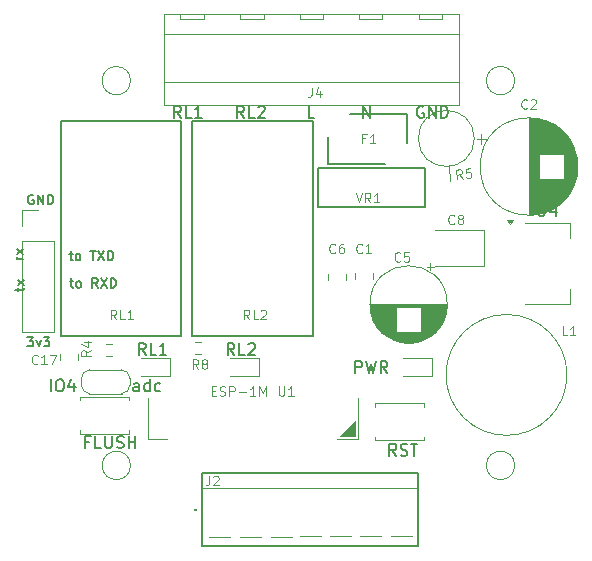
<source format=gto>
G04 #@! TF.GenerationSoftware,KiCad,Pcbnew,8.0.8*
G04 #@! TF.CreationDate,2025-02-21T01:15:49+03:00*
G04 #@! TF.ProjectId,SMHome_2RelayBoardRound_ESP1M_v7,534d486f-6d65-45f3-9252-656c6179426f,12*
G04 #@! TF.SameCoordinates,Original*
G04 #@! TF.FileFunction,Legend,Top*
G04 #@! TF.FilePolarity,Positive*
%FSLAX46Y46*%
G04 Gerber Fmt 4.6, Leading zero omitted, Abs format (unit mm)*
G04 Created by KiCad (PCBNEW 8.0.8) date 2025-02-21 01:15:49*
%MOMM*%
%LPD*%
G01*
G04 APERTURE LIST*
%ADD10C,0.200000*%
%ADD11C,0.150000*%
%ADD12C,0.100000*%
%ADD13C,0.120000*%
%ADD14C,0.127000*%
G04 APERTURE END LIST*
D10*
X155662380Y-120518019D02*
X155329047Y-120041828D01*
X155090952Y-120518019D02*
X155090952Y-119518019D01*
X155090952Y-119518019D02*
X155471904Y-119518019D01*
X155471904Y-119518019D02*
X155567142Y-119565638D01*
X155567142Y-119565638D02*
X155614761Y-119613257D01*
X155614761Y-119613257D02*
X155662380Y-119708495D01*
X155662380Y-119708495D02*
X155662380Y-119851352D01*
X155662380Y-119851352D02*
X155614761Y-119946590D01*
X155614761Y-119946590D02*
X155567142Y-119994209D01*
X155567142Y-119994209D02*
X155471904Y-120041828D01*
X155471904Y-120041828D02*
X155090952Y-120041828D01*
X156043333Y-120470400D02*
X156186190Y-120518019D01*
X156186190Y-120518019D02*
X156424285Y-120518019D01*
X156424285Y-120518019D02*
X156519523Y-120470400D01*
X156519523Y-120470400D02*
X156567142Y-120422780D01*
X156567142Y-120422780D02*
X156614761Y-120327542D01*
X156614761Y-120327542D02*
X156614761Y-120232304D01*
X156614761Y-120232304D02*
X156567142Y-120137066D01*
X156567142Y-120137066D02*
X156519523Y-120089447D01*
X156519523Y-120089447D02*
X156424285Y-120041828D01*
X156424285Y-120041828D02*
X156233809Y-119994209D01*
X156233809Y-119994209D02*
X156138571Y-119946590D01*
X156138571Y-119946590D02*
X156090952Y-119898971D01*
X156090952Y-119898971D02*
X156043333Y-119803733D01*
X156043333Y-119803733D02*
X156043333Y-119708495D01*
X156043333Y-119708495D02*
X156090952Y-119613257D01*
X156090952Y-119613257D02*
X156138571Y-119565638D01*
X156138571Y-119565638D02*
X156233809Y-119518019D01*
X156233809Y-119518019D02*
X156471904Y-119518019D01*
X156471904Y-119518019D02*
X156614761Y-119565638D01*
X156900476Y-119518019D02*
X157471904Y-119518019D01*
X157186190Y-120518019D02*
X157186190Y-119518019D01*
X148747123Y-91917619D02*
X148270933Y-91917619D01*
X148270933Y-91917619D02*
X148270933Y-90917619D01*
X157962695Y-90965238D02*
X157867457Y-90917619D01*
X157867457Y-90917619D02*
X157724600Y-90917619D01*
X157724600Y-90917619D02*
X157581743Y-90965238D01*
X157581743Y-90965238D02*
X157486505Y-91060476D01*
X157486505Y-91060476D02*
X157438886Y-91155714D01*
X157438886Y-91155714D02*
X157391267Y-91346190D01*
X157391267Y-91346190D02*
X157391267Y-91489047D01*
X157391267Y-91489047D02*
X157438886Y-91679523D01*
X157438886Y-91679523D02*
X157486505Y-91774761D01*
X157486505Y-91774761D02*
X157581743Y-91870000D01*
X157581743Y-91870000D02*
X157724600Y-91917619D01*
X157724600Y-91917619D02*
X157819838Y-91917619D01*
X157819838Y-91917619D02*
X157962695Y-91870000D01*
X157962695Y-91870000D02*
X158010314Y-91822380D01*
X158010314Y-91822380D02*
X158010314Y-91489047D01*
X158010314Y-91489047D02*
X157819838Y-91489047D01*
X158438886Y-91917619D02*
X158438886Y-90917619D01*
X158438886Y-90917619D02*
X159010314Y-91917619D01*
X159010314Y-91917619D02*
X159010314Y-90917619D01*
X159486505Y-91917619D02*
X159486505Y-90917619D01*
X159486505Y-90917619D02*
X159724600Y-90917619D01*
X159724600Y-90917619D02*
X159867457Y-90965238D01*
X159867457Y-90965238D02*
X159962695Y-91060476D01*
X159962695Y-91060476D02*
X160010314Y-91155714D01*
X160010314Y-91155714D02*
X160057933Y-91346190D01*
X160057933Y-91346190D02*
X160057933Y-91489047D01*
X160057933Y-91489047D02*
X160010314Y-91679523D01*
X160010314Y-91679523D02*
X159962695Y-91774761D01*
X159962695Y-91774761D02*
X159867457Y-91870000D01*
X159867457Y-91870000D02*
X159724600Y-91917619D01*
X159724600Y-91917619D02*
X159486505Y-91917619D01*
D11*
X128038474Y-105761561D02*
X128343236Y-105761561D01*
X128152760Y-105494895D02*
X128152760Y-106180609D01*
X128152760Y-106180609D02*
X128190855Y-106256800D01*
X128190855Y-106256800D02*
X128267045Y-106294895D01*
X128267045Y-106294895D02*
X128343236Y-106294895D01*
X128724188Y-106294895D02*
X128647998Y-106256800D01*
X128647998Y-106256800D02*
X128609903Y-106218704D01*
X128609903Y-106218704D02*
X128571807Y-106142514D01*
X128571807Y-106142514D02*
X128571807Y-105913942D01*
X128571807Y-105913942D02*
X128609903Y-105837752D01*
X128609903Y-105837752D02*
X128647998Y-105799657D01*
X128647998Y-105799657D02*
X128724188Y-105761561D01*
X128724188Y-105761561D02*
X128838474Y-105761561D01*
X128838474Y-105761561D02*
X128914665Y-105799657D01*
X128914665Y-105799657D02*
X128952760Y-105837752D01*
X128952760Y-105837752D02*
X128990855Y-105913942D01*
X128990855Y-105913942D02*
X128990855Y-106142514D01*
X128990855Y-106142514D02*
X128952760Y-106218704D01*
X128952760Y-106218704D02*
X128914665Y-106256800D01*
X128914665Y-106256800D02*
X128838474Y-106294895D01*
X128838474Y-106294895D02*
X128724188Y-106294895D01*
X130400380Y-106294895D02*
X130133713Y-105913942D01*
X129943237Y-106294895D02*
X129943237Y-105494895D01*
X129943237Y-105494895D02*
X130247999Y-105494895D01*
X130247999Y-105494895D02*
X130324189Y-105532990D01*
X130324189Y-105532990D02*
X130362284Y-105571085D01*
X130362284Y-105571085D02*
X130400380Y-105647276D01*
X130400380Y-105647276D02*
X130400380Y-105761561D01*
X130400380Y-105761561D02*
X130362284Y-105837752D01*
X130362284Y-105837752D02*
X130324189Y-105875847D01*
X130324189Y-105875847D02*
X130247999Y-105913942D01*
X130247999Y-105913942D02*
X129943237Y-105913942D01*
X130667046Y-105494895D02*
X131200380Y-106294895D01*
X131200380Y-105494895D02*
X130667046Y-106294895D01*
X131505142Y-106294895D02*
X131505142Y-105494895D01*
X131505142Y-105494895D02*
X131695618Y-105494895D01*
X131695618Y-105494895D02*
X131809904Y-105532990D01*
X131809904Y-105532990D02*
X131886094Y-105609180D01*
X131886094Y-105609180D02*
X131924189Y-105685371D01*
X131924189Y-105685371D02*
X131962285Y-105837752D01*
X131962285Y-105837752D02*
X131962285Y-105952038D01*
X131962285Y-105952038D02*
X131924189Y-106104419D01*
X131924189Y-106104419D02*
X131886094Y-106180609D01*
X131886094Y-106180609D02*
X131809904Y-106256800D01*
X131809904Y-106256800D02*
X131695618Y-106294895D01*
X131695618Y-106294895D02*
X131505142Y-106294895D01*
X124944076Y-98469790D02*
X124867886Y-98431695D01*
X124867886Y-98431695D02*
X124753600Y-98431695D01*
X124753600Y-98431695D02*
X124639314Y-98469790D01*
X124639314Y-98469790D02*
X124563124Y-98545980D01*
X124563124Y-98545980D02*
X124525029Y-98622171D01*
X124525029Y-98622171D02*
X124486933Y-98774552D01*
X124486933Y-98774552D02*
X124486933Y-98888838D01*
X124486933Y-98888838D02*
X124525029Y-99041219D01*
X124525029Y-99041219D02*
X124563124Y-99117409D01*
X124563124Y-99117409D02*
X124639314Y-99193600D01*
X124639314Y-99193600D02*
X124753600Y-99231695D01*
X124753600Y-99231695D02*
X124829791Y-99231695D01*
X124829791Y-99231695D02*
X124944076Y-99193600D01*
X124944076Y-99193600D02*
X124982172Y-99155504D01*
X124982172Y-99155504D02*
X124982172Y-98888838D01*
X124982172Y-98888838D02*
X124829791Y-98888838D01*
X125325029Y-99231695D02*
X125325029Y-98431695D01*
X125325029Y-98431695D02*
X125782172Y-99231695D01*
X125782172Y-99231695D02*
X125782172Y-98431695D01*
X126163124Y-99231695D02*
X126163124Y-98431695D01*
X126163124Y-98431695D02*
X126353600Y-98431695D01*
X126353600Y-98431695D02*
X126467886Y-98469790D01*
X126467886Y-98469790D02*
X126544076Y-98545980D01*
X126544076Y-98545980D02*
X126582171Y-98622171D01*
X126582171Y-98622171D02*
X126620267Y-98774552D01*
X126620267Y-98774552D02*
X126620267Y-98888838D01*
X126620267Y-98888838D02*
X126582171Y-99041219D01*
X126582171Y-99041219D02*
X126544076Y-99117409D01*
X126544076Y-99117409D02*
X126467886Y-99193600D01*
X126467886Y-99193600D02*
X126353600Y-99231695D01*
X126353600Y-99231695D02*
X126163124Y-99231695D01*
D12*
X140055885Y-115033247D02*
X140322551Y-115033247D01*
X140436837Y-115452295D02*
X140055885Y-115452295D01*
X140055885Y-115452295D02*
X140055885Y-114652295D01*
X140055885Y-114652295D02*
X140436837Y-114652295D01*
X140741599Y-115414200D02*
X140855885Y-115452295D01*
X140855885Y-115452295D02*
X141046361Y-115452295D01*
X141046361Y-115452295D02*
X141122552Y-115414200D01*
X141122552Y-115414200D02*
X141160647Y-115376104D01*
X141160647Y-115376104D02*
X141198742Y-115299914D01*
X141198742Y-115299914D02*
X141198742Y-115223723D01*
X141198742Y-115223723D02*
X141160647Y-115147533D01*
X141160647Y-115147533D02*
X141122552Y-115109438D01*
X141122552Y-115109438D02*
X141046361Y-115071342D01*
X141046361Y-115071342D02*
X140893980Y-115033247D01*
X140893980Y-115033247D02*
X140817790Y-114995152D01*
X140817790Y-114995152D02*
X140779695Y-114957057D01*
X140779695Y-114957057D02*
X140741599Y-114880866D01*
X140741599Y-114880866D02*
X140741599Y-114804676D01*
X140741599Y-114804676D02*
X140779695Y-114728485D01*
X140779695Y-114728485D02*
X140817790Y-114690390D01*
X140817790Y-114690390D02*
X140893980Y-114652295D01*
X140893980Y-114652295D02*
X141084457Y-114652295D01*
X141084457Y-114652295D02*
X141198742Y-114690390D01*
X141541600Y-115452295D02*
X141541600Y-114652295D01*
X141541600Y-114652295D02*
X141846362Y-114652295D01*
X141846362Y-114652295D02*
X141922552Y-114690390D01*
X141922552Y-114690390D02*
X141960647Y-114728485D01*
X141960647Y-114728485D02*
X141998743Y-114804676D01*
X141998743Y-114804676D02*
X141998743Y-114918961D01*
X141998743Y-114918961D02*
X141960647Y-114995152D01*
X141960647Y-114995152D02*
X141922552Y-115033247D01*
X141922552Y-115033247D02*
X141846362Y-115071342D01*
X141846362Y-115071342D02*
X141541600Y-115071342D01*
X142341600Y-115147533D02*
X142951124Y-115147533D01*
X143751123Y-115452295D02*
X143293980Y-115452295D01*
X143522552Y-115452295D02*
X143522552Y-114652295D01*
X143522552Y-114652295D02*
X143446361Y-114766580D01*
X143446361Y-114766580D02*
X143370171Y-114842771D01*
X143370171Y-114842771D02*
X143293980Y-114880866D01*
X144093981Y-115452295D02*
X144093981Y-114652295D01*
X144093981Y-114652295D02*
X144360647Y-115223723D01*
X144360647Y-115223723D02*
X144627314Y-114652295D01*
X144627314Y-114652295D02*
X144627314Y-115452295D01*
D11*
X127987674Y-103424761D02*
X128292436Y-103424761D01*
X128101960Y-103158095D02*
X128101960Y-103843809D01*
X128101960Y-103843809D02*
X128140055Y-103920000D01*
X128140055Y-103920000D02*
X128216245Y-103958095D01*
X128216245Y-103958095D02*
X128292436Y-103958095D01*
X128673388Y-103958095D02*
X128597198Y-103920000D01*
X128597198Y-103920000D02*
X128559103Y-103881904D01*
X128559103Y-103881904D02*
X128521007Y-103805714D01*
X128521007Y-103805714D02*
X128521007Y-103577142D01*
X128521007Y-103577142D02*
X128559103Y-103500952D01*
X128559103Y-103500952D02*
X128597198Y-103462857D01*
X128597198Y-103462857D02*
X128673388Y-103424761D01*
X128673388Y-103424761D02*
X128787674Y-103424761D01*
X128787674Y-103424761D02*
X128863865Y-103462857D01*
X128863865Y-103462857D02*
X128901960Y-103500952D01*
X128901960Y-103500952D02*
X128940055Y-103577142D01*
X128940055Y-103577142D02*
X128940055Y-103805714D01*
X128940055Y-103805714D02*
X128901960Y-103881904D01*
X128901960Y-103881904D02*
X128863865Y-103920000D01*
X128863865Y-103920000D02*
X128787674Y-103958095D01*
X128787674Y-103958095D02*
X128673388Y-103958095D01*
X129778151Y-103158095D02*
X130235294Y-103158095D01*
X130006722Y-103958095D02*
X130006722Y-103158095D01*
X130425770Y-103158095D02*
X130959104Y-103958095D01*
X130959104Y-103158095D02*
X130425770Y-103958095D01*
X131263866Y-103958095D02*
X131263866Y-103158095D01*
X131263866Y-103158095D02*
X131454342Y-103158095D01*
X131454342Y-103158095D02*
X131568628Y-103196190D01*
X131568628Y-103196190D02*
X131644818Y-103272380D01*
X131644818Y-103272380D02*
X131682913Y-103348571D01*
X131682913Y-103348571D02*
X131721009Y-103500952D01*
X131721009Y-103500952D02*
X131721009Y-103615238D01*
X131721009Y-103615238D02*
X131682913Y-103767619D01*
X131682913Y-103767619D02*
X131644818Y-103843809D01*
X131644818Y-103843809D02*
X131568628Y-103920000D01*
X131568628Y-103920000D02*
X131454342Y-103958095D01*
X131454342Y-103958095D02*
X131263866Y-103958095D01*
D10*
X137452171Y-91917619D02*
X137118838Y-91441428D01*
X136880743Y-91917619D02*
X136880743Y-90917619D01*
X136880743Y-90917619D02*
X137261695Y-90917619D01*
X137261695Y-90917619D02*
X137356933Y-90965238D01*
X137356933Y-90965238D02*
X137404552Y-91012857D01*
X137404552Y-91012857D02*
X137452171Y-91108095D01*
X137452171Y-91108095D02*
X137452171Y-91250952D01*
X137452171Y-91250952D02*
X137404552Y-91346190D01*
X137404552Y-91346190D02*
X137356933Y-91393809D01*
X137356933Y-91393809D02*
X137261695Y-91441428D01*
X137261695Y-91441428D02*
X136880743Y-91441428D01*
X138356933Y-91917619D02*
X137880743Y-91917619D01*
X137880743Y-91917619D02*
X137880743Y-90917619D01*
X139214076Y-91917619D02*
X138642648Y-91917619D01*
X138928362Y-91917619D02*
X138928362Y-90917619D01*
X138928362Y-90917619D02*
X138833124Y-91060476D01*
X138833124Y-91060476D02*
X138737886Y-91155714D01*
X138737886Y-91155714D02*
X138642648Y-91203333D01*
D11*
X123662561Y-106585590D02*
X123662561Y-106280828D01*
X123395895Y-106471304D02*
X124081609Y-106471304D01*
X124081609Y-106471304D02*
X124157800Y-106433209D01*
X124157800Y-106433209D02*
X124195895Y-106357019D01*
X124195895Y-106357019D02*
X124195895Y-106280828D01*
X124195895Y-106090352D02*
X123662561Y-105671304D01*
X123662561Y-106090352D02*
X124195895Y-105671304D01*
X124441218Y-110461695D02*
X124936456Y-110461695D01*
X124936456Y-110461695D02*
X124669790Y-110766457D01*
X124669790Y-110766457D02*
X124784075Y-110766457D01*
X124784075Y-110766457D02*
X124860266Y-110804552D01*
X124860266Y-110804552D02*
X124898361Y-110842647D01*
X124898361Y-110842647D02*
X124936456Y-110918838D01*
X124936456Y-110918838D02*
X124936456Y-111109314D01*
X124936456Y-111109314D02*
X124898361Y-111185504D01*
X124898361Y-111185504D02*
X124860266Y-111223600D01*
X124860266Y-111223600D02*
X124784075Y-111261695D01*
X124784075Y-111261695D02*
X124555504Y-111261695D01*
X124555504Y-111261695D02*
X124479313Y-111223600D01*
X124479313Y-111223600D02*
X124441218Y-111185504D01*
X125203123Y-110728361D02*
X125393599Y-111261695D01*
X125393599Y-111261695D02*
X125584076Y-110728361D01*
X125812647Y-110461695D02*
X126307885Y-110461695D01*
X126307885Y-110461695D02*
X126041219Y-110766457D01*
X126041219Y-110766457D02*
X126155504Y-110766457D01*
X126155504Y-110766457D02*
X126231695Y-110804552D01*
X126231695Y-110804552D02*
X126269790Y-110842647D01*
X126269790Y-110842647D02*
X126307885Y-110918838D01*
X126307885Y-110918838D02*
X126307885Y-111109314D01*
X126307885Y-111109314D02*
X126269790Y-111185504D01*
X126269790Y-111185504D02*
X126231695Y-111223600D01*
X126231695Y-111223600D02*
X126155504Y-111261695D01*
X126155504Y-111261695D02*
X125926933Y-111261695D01*
X125926933Y-111261695D02*
X125850742Y-111223600D01*
X125850742Y-111223600D02*
X125812647Y-111185504D01*
D10*
X142786171Y-91917619D02*
X142452838Y-91441428D01*
X142214743Y-91917619D02*
X142214743Y-90917619D01*
X142214743Y-90917619D02*
X142595695Y-90917619D01*
X142595695Y-90917619D02*
X142690933Y-90965238D01*
X142690933Y-90965238D02*
X142738552Y-91012857D01*
X142738552Y-91012857D02*
X142786171Y-91108095D01*
X142786171Y-91108095D02*
X142786171Y-91250952D01*
X142786171Y-91250952D02*
X142738552Y-91346190D01*
X142738552Y-91346190D02*
X142690933Y-91393809D01*
X142690933Y-91393809D02*
X142595695Y-91441428D01*
X142595695Y-91441428D02*
X142214743Y-91441428D01*
X143690933Y-91917619D02*
X143214743Y-91917619D01*
X143214743Y-91917619D02*
X143214743Y-90917619D01*
X143976648Y-91012857D02*
X144024267Y-90965238D01*
X144024267Y-90965238D02*
X144119505Y-90917619D01*
X144119505Y-90917619D02*
X144357600Y-90917619D01*
X144357600Y-90917619D02*
X144452838Y-90965238D01*
X144452838Y-90965238D02*
X144500457Y-91012857D01*
X144500457Y-91012857D02*
X144548076Y-91108095D01*
X144548076Y-91108095D02*
X144548076Y-91203333D01*
X144548076Y-91203333D02*
X144500457Y-91346190D01*
X144500457Y-91346190D02*
X143929029Y-91917619D01*
X143929029Y-91917619D02*
X144548076Y-91917619D01*
X152850886Y-91917619D02*
X152850886Y-90917619D01*
X152850886Y-90917619D02*
X153422314Y-91917619D01*
X153422314Y-91917619D02*
X153422314Y-90917619D01*
D11*
X124105895Y-103890351D02*
X123572561Y-103890351D01*
X123724942Y-103890351D02*
X123648752Y-103852256D01*
X123648752Y-103852256D02*
X123610657Y-103814161D01*
X123610657Y-103814161D02*
X123572561Y-103737970D01*
X123572561Y-103737970D02*
X123572561Y-103661780D01*
X124105895Y-103471304D02*
X123572561Y-103052256D01*
X123572561Y-103471304D02*
X124105895Y-103052256D01*
X167690895Y-99183119D02*
X167690895Y-99992642D01*
X167690895Y-99992642D02*
X167738514Y-100087880D01*
X167738514Y-100087880D02*
X167786133Y-100135500D01*
X167786133Y-100135500D02*
X167881371Y-100183119D01*
X167881371Y-100183119D02*
X168071847Y-100183119D01*
X168071847Y-100183119D02*
X168167085Y-100135500D01*
X168167085Y-100135500D02*
X168214704Y-100087880D01*
X168214704Y-100087880D02*
X168262323Y-99992642D01*
X168262323Y-99992642D02*
X168262323Y-99183119D01*
X169167085Y-99516452D02*
X169167085Y-100183119D01*
X168928990Y-99135500D02*
X168690895Y-99849785D01*
X168690895Y-99849785D02*
X169309942Y-99849785D01*
D12*
X152774667Y-103285704D02*
X152736571Y-103323800D01*
X152736571Y-103323800D02*
X152622286Y-103361895D01*
X152622286Y-103361895D02*
X152546095Y-103361895D01*
X152546095Y-103361895D02*
X152431809Y-103323800D01*
X152431809Y-103323800D02*
X152355619Y-103247609D01*
X152355619Y-103247609D02*
X152317524Y-103171419D01*
X152317524Y-103171419D02*
X152279428Y-103019038D01*
X152279428Y-103019038D02*
X152279428Y-102904752D01*
X152279428Y-102904752D02*
X152317524Y-102752371D01*
X152317524Y-102752371D02*
X152355619Y-102676180D01*
X152355619Y-102676180D02*
X152431809Y-102599990D01*
X152431809Y-102599990D02*
X152546095Y-102561895D01*
X152546095Y-102561895D02*
X152622286Y-102561895D01*
X152622286Y-102561895D02*
X152736571Y-102599990D01*
X152736571Y-102599990D02*
X152774667Y-102638085D01*
X153536571Y-103361895D02*
X153079428Y-103361895D01*
X153308000Y-103361895D02*
X153308000Y-102561895D01*
X153308000Y-102561895D02*
X153231809Y-102676180D01*
X153231809Y-102676180D02*
X153155619Y-102752371D01*
X153155619Y-102752371D02*
X153079428Y-102790466D01*
X139846933Y-122224295D02*
X139846933Y-122795723D01*
X139846933Y-122795723D02*
X139808838Y-122910009D01*
X139808838Y-122910009D02*
X139732647Y-122986200D01*
X139732647Y-122986200D02*
X139618362Y-123024295D01*
X139618362Y-123024295D02*
X139542171Y-123024295D01*
X140189790Y-122300485D02*
X140227886Y-122262390D01*
X140227886Y-122262390D02*
X140304076Y-122224295D01*
X140304076Y-122224295D02*
X140494552Y-122224295D01*
X140494552Y-122224295D02*
X140570743Y-122262390D01*
X140570743Y-122262390D02*
X140608838Y-122300485D01*
X140608838Y-122300485D02*
X140646933Y-122376676D01*
X140646933Y-122376676D02*
X140646933Y-122452866D01*
X140646933Y-122452866D02*
X140608838Y-122567152D01*
X140608838Y-122567152D02*
X140151695Y-123024295D01*
X140151695Y-123024295D02*
X140646933Y-123024295D01*
X166767616Y-91068104D02*
X166729520Y-91106200D01*
X166729520Y-91106200D02*
X166615235Y-91144295D01*
X166615235Y-91144295D02*
X166539044Y-91144295D01*
X166539044Y-91144295D02*
X166424758Y-91106200D01*
X166424758Y-91106200D02*
X166348568Y-91030009D01*
X166348568Y-91030009D02*
X166310473Y-90953819D01*
X166310473Y-90953819D02*
X166272377Y-90801438D01*
X166272377Y-90801438D02*
X166272377Y-90687152D01*
X166272377Y-90687152D02*
X166310473Y-90534771D01*
X166310473Y-90534771D02*
X166348568Y-90458580D01*
X166348568Y-90458580D02*
X166424758Y-90382390D01*
X166424758Y-90382390D02*
X166539044Y-90344295D01*
X166539044Y-90344295D02*
X166615235Y-90344295D01*
X166615235Y-90344295D02*
X166729520Y-90382390D01*
X166729520Y-90382390D02*
X166767616Y-90420485D01*
X167072377Y-90420485D02*
X167110473Y-90382390D01*
X167110473Y-90382390D02*
X167186663Y-90344295D01*
X167186663Y-90344295D02*
X167377139Y-90344295D01*
X167377139Y-90344295D02*
X167453330Y-90382390D01*
X167453330Y-90382390D02*
X167491425Y-90420485D01*
X167491425Y-90420485D02*
X167529520Y-90496676D01*
X167529520Y-90496676D02*
X167529520Y-90572866D01*
X167529520Y-90572866D02*
X167491425Y-90687152D01*
X167491425Y-90687152D02*
X167034282Y-91144295D01*
X167034282Y-91144295D02*
X167529520Y-91144295D01*
X125317314Y-112683704D02*
X125279218Y-112721800D01*
X125279218Y-112721800D02*
X125164933Y-112759895D01*
X125164933Y-112759895D02*
X125088742Y-112759895D01*
X125088742Y-112759895D02*
X124974456Y-112721800D01*
X124974456Y-112721800D02*
X124898266Y-112645609D01*
X124898266Y-112645609D02*
X124860171Y-112569419D01*
X124860171Y-112569419D02*
X124822075Y-112417038D01*
X124822075Y-112417038D02*
X124822075Y-112302752D01*
X124822075Y-112302752D02*
X124860171Y-112150371D01*
X124860171Y-112150371D02*
X124898266Y-112074180D01*
X124898266Y-112074180D02*
X124974456Y-111997990D01*
X124974456Y-111997990D02*
X125088742Y-111959895D01*
X125088742Y-111959895D02*
X125164933Y-111959895D01*
X125164933Y-111959895D02*
X125279218Y-111997990D01*
X125279218Y-111997990D02*
X125317314Y-112036085D01*
X126079218Y-112759895D02*
X125622075Y-112759895D01*
X125850647Y-112759895D02*
X125850647Y-111959895D01*
X125850647Y-111959895D02*
X125774456Y-112074180D01*
X125774456Y-112074180D02*
X125698266Y-112150371D01*
X125698266Y-112150371D02*
X125622075Y-112188466D01*
X126345885Y-111959895D02*
X126879219Y-111959895D01*
X126879219Y-111959895D02*
X126536361Y-112759895D01*
X160587067Y-100834904D02*
X160548971Y-100873000D01*
X160548971Y-100873000D02*
X160434686Y-100911095D01*
X160434686Y-100911095D02*
X160358495Y-100911095D01*
X160358495Y-100911095D02*
X160244209Y-100873000D01*
X160244209Y-100873000D02*
X160168019Y-100796809D01*
X160168019Y-100796809D02*
X160129924Y-100720619D01*
X160129924Y-100720619D02*
X160091828Y-100568238D01*
X160091828Y-100568238D02*
X160091828Y-100453952D01*
X160091828Y-100453952D02*
X160129924Y-100301571D01*
X160129924Y-100301571D02*
X160168019Y-100225380D01*
X160168019Y-100225380D02*
X160244209Y-100149190D01*
X160244209Y-100149190D02*
X160358495Y-100111095D01*
X160358495Y-100111095D02*
X160434686Y-100111095D01*
X160434686Y-100111095D02*
X160548971Y-100149190D01*
X160548971Y-100149190D02*
X160587067Y-100187285D01*
X161044209Y-100453952D02*
X160968019Y-100415857D01*
X160968019Y-100415857D02*
X160929924Y-100377761D01*
X160929924Y-100377761D02*
X160891828Y-100301571D01*
X160891828Y-100301571D02*
X160891828Y-100263476D01*
X160891828Y-100263476D02*
X160929924Y-100187285D01*
X160929924Y-100187285D02*
X160968019Y-100149190D01*
X160968019Y-100149190D02*
X161044209Y-100111095D01*
X161044209Y-100111095D02*
X161196590Y-100111095D01*
X161196590Y-100111095D02*
X161272781Y-100149190D01*
X161272781Y-100149190D02*
X161310876Y-100187285D01*
X161310876Y-100187285D02*
X161348971Y-100263476D01*
X161348971Y-100263476D02*
X161348971Y-100301571D01*
X161348971Y-100301571D02*
X161310876Y-100377761D01*
X161310876Y-100377761D02*
X161272781Y-100415857D01*
X161272781Y-100415857D02*
X161196590Y-100453952D01*
X161196590Y-100453952D02*
X161044209Y-100453952D01*
X161044209Y-100453952D02*
X160968019Y-100492047D01*
X160968019Y-100492047D02*
X160929924Y-100530142D01*
X160929924Y-100530142D02*
X160891828Y-100606333D01*
X160891828Y-100606333D02*
X160891828Y-100758714D01*
X160891828Y-100758714D02*
X160929924Y-100834904D01*
X160929924Y-100834904D02*
X160968019Y-100873000D01*
X160968019Y-100873000D02*
X161044209Y-100911095D01*
X161044209Y-100911095D02*
X161196590Y-100911095D01*
X161196590Y-100911095D02*
X161272781Y-100873000D01*
X161272781Y-100873000D02*
X161310876Y-100834904D01*
X161310876Y-100834904D02*
X161348971Y-100758714D01*
X161348971Y-100758714D02*
X161348971Y-100606333D01*
X161348971Y-100606333D02*
X161310876Y-100530142D01*
X161310876Y-100530142D02*
X161272781Y-100492047D01*
X161272781Y-100492047D02*
X161196590Y-100453952D01*
X150514067Y-103285704D02*
X150475971Y-103323800D01*
X150475971Y-103323800D02*
X150361686Y-103361895D01*
X150361686Y-103361895D02*
X150285495Y-103361895D01*
X150285495Y-103361895D02*
X150171209Y-103323800D01*
X150171209Y-103323800D02*
X150095019Y-103247609D01*
X150095019Y-103247609D02*
X150056924Y-103171419D01*
X150056924Y-103171419D02*
X150018828Y-103019038D01*
X150018828Y-103019038D02*
X150018828Y-102904752D01*
X150018828Y-102904752D02*
X150056924Y-102752371D01*
X150056924Y-102752371D02*
X150095019Y-102676180D01*
X150095019Y-102676180D02*
X150171209Y-102599990D01*
X150171209Y-102599990D02*
X150285495Y-102561895D01*
X150285495Y-102561895D02*
X150361686Y-102561895D01*
X150361686Y-102561895D02*
X150475971Y-102599990D01*
X150475971Y-102599990D02*
X150514067Y-102638085D01*
X151199781Y-102561895D02*
X151047400Y-102561895D01*
X151047400Y-102561895D02*
X150971209Y-102599990D01*
X150971209Y-102599990D02*
X150933114Y-102638085D01*
X150933114Y-102638085D02*
X150856924Y-102752371D01*
X150856924Y-102752371D02*
X150818828Y-102904752D01*
X150818828Y-102904752D02*
X150818828Y-103209514D01*
X150818828Y-103209514D02*
X150856924Y-103285704D01*
X150856924Y-103285704D02*
X150895019Y-103323800D01*
X150895019Y-103323800D02*
X150971209Y-103361895D01*
X150971209Y-103361895D02*
X151123590Y-103361895D01*
X151123590Y-103361895D02*
X151199781Y-103323800D01*
X151199781Y-103323800D02*
X151237876Y-103285704D01*
X151237876Y-103285704D02*
X151275971Y-103209514D01*
X151275971Y-103209514D02*
X151275971Y-103019038D01*
X151275971Y-103019038D02*
X151237876Y-102942847D01*
X151237876Y-102942847D02*
X151199781Y-102904752D01*
X151199781Y-102904752D02*
X151123590Y-102866657D01*
X151123590Y-102866657D02*
X150971209Y-102866657D01*
X150971209Y-102866657D02*
X150895019Y-102904752D01*
X150895019Y-102904752D02*
X150856924Y-102942847D01*
X150856924Y-102942847D02*
X150818828Y-103019038D01*
D10*
X141973371Y-111979019D02*
X141640038Y-111502828D01*
X141401943Y-111979019D02*
X141401943Y-110979019D01*
X141401943Y-110979019D02*
X141782895Y-110979019D01*
X141782895Y-110979019D02*
X141878133Y-111026638D01*
X141878133Y-111026638D02*
X141925752Y-111074257D01*
X141925752Y-111074257D02*
X141973371Y-111169495D01*
X141973371Y-111169495D02*
X141973371Y-111312352D01*
X141973371Y-111312352D02*
X141925752Y-111407590D01*
X141925752Y-111407590D02*
X141878133Y-111455209D01*
X141878133Y-111455209D02*
X141782895Y-111502828D01*
X141782895Y-111502828D02*
X141401943Y-111502828D01*
X142878133Y-111979019D02*
X142401943Y-111979019D01*
X142401943Y-111979019D02*
X142401943Y-110979019D01*
X143163848Y-111074257D02*
X143211467Y-111026638D01*
X143211467Y-111026638D02*
X143306705Y-110979019D01*
X143306705Y-110979019D02*
X143544800Y-110979019D01*
X143544800Y-110979019D02*
X143640038Y-111026638D01*
X143640038Y-111026638D02*
X143687657Y-111074257D01*
X143687657Y-111074257D02*
X143735276Y-111169495D01*
X143735276Y-111169495D02*
X143735276Y-111264733D01*
X143735276Y-111264733D02*
X143687657Y-111407590D01*
X143687657Y-111407590D02*
X143116229Y-111979019D01*
X143116229Y-111979019D02*
X143735276Y-111979019D01*
D12*
X131978457Y-108954295D02*
X131711790Y-108573342D01*
X131521314Y-108954295D02*
X131521314Y-108154295D01*
X131521314Y-108154295D02*
X131826076Y-108154295D01*
X131826076Y-108154295D02*
X131902266Y-108192390D01*
X131902266Y-108192390D02*
X131940361Y-108230485D01*
X131940361Y-108230485D02*
X131978457Y-108306676D01*
X131978457Y-108306676D02*
X131978457Y-108420961D01*
X131978457Y-108420961D02*
X131940361Y-108497152D01*
X131940361Y-108497152D02*
X131902266Y-108535247D01*
X131902266Y-108535247D02*
X131826076Y-108573342D01*
X131826076Y-108573342D02*
X131521314Y-108573342D01*
X132702266Y-108954295D02*
X132321314Y-108954295D01*
X132321314Y-108954295D02*
X132321314Y-108154295D01*
X133387980Y-108954295D02*
X132930837Y-108954295D01*
X133159409Y-108954295D02*
X133159409Y-108154295D01*
X133159409Y-108154295D02*
X133083218Y-108268580D01*
X133083218Y-108268580D02*
X133007028Y-108344771D01*
X133007028Y-108344771D02*
X132930837Y-108382866D01*
X138906267Y-113166295D02*
X138639600Y-112785342D01*
X138449124Y-113166295D02*
X138449124Y-112366295D01*
X138449124Y-112366295D02*
X138753886Y-112366295D01*
X138753886Y-112366295D02*
X138830076Y-112404390D01*
X138830076Y-112404390D02*
X138868171Y-112442485D01*
X138868171Y-112442485D02*
X138906267Y-112518676D01*
X138906267Y-112518676D02*
X138906267Y-112632961D01*
X138906267Y-112632961D02*
X138868171Y-112709152D01*
X138868171Y-112709152D02*
X138830076Y-112747247D01*
X138830076Y-112747247D02*
X138753886Y-112785342D01*
X138753886Y-112785342D02*
X138449124Y-112785342D01*
X139363409Y-112709152D02*
X139287219Y-112671057D01*
X139287219Y-112671057D02*
X139249124Y-112632961D01*
X139249124Y-112632961D02*
X139211028Y-112556771D01*
X139211028Y-112556771D02*
X139211028Y-112518676D01*
X139211028Y-112518676D02*
X139249124Y-112442485D01*
X139249124Y-112442485D02*
X139287219Y-112404390D01*
X139287219Y-112404390D02*
X139363409Y-112366295D01*
X139363409Y-112366295D02*
X139515790Y-112366295D01*
X139515790Y-112366295D02*
X139591981Y-112404390D01*
X139591981Y-112404390D02*
X139630076Y-112442485D01*
X139630076Y-112442485D02*
X139668171Y-112518676D01*
X139668171Y-112518676D02*
X139668171Y-112556771D01*
X139668171Y-112556771D02*
X139630076Y-112632961D01*
X139630076Y-112632961D02*
X139591981Y-112671057D01*
X139591981Y-112671057D02*
X139515790Y-112709152D01*
X139515790Y-112709152D02*
X139363409Y-112709152D01*
X139363409Y-112709152D02*
X139287219Y-112747247D01*
X139287219Y-112747247D02*
X139249124Y-112785342D01*
X139249124Y-112785342D02*
X139211028Y-112861533D01*
X139211028Y-112861533D02*
X139211028Y-113013914D01*
X139211028Y-113013914D02*
X139249124Y-113090104D01*
X139249124Y-113090104D02*
X139287219Y-113128200D01*
X139287219Y-113128200D02*
X139363409Y-113166295D01*
X139363409Y-113166295D02*
X139515790Y-113166295D01*
X139515790Y-113166295D02*
X139591981Y-113128200D01*
X139591981Y-113128200D02*
X139630076Y-113090104D01*
X139630076Y-113090104D02*
X139668171Y-113013914D01*
X139668171Y-113013914D02*
X139668171Y-112861533D01*
X139668171Y-112861533D02*
X139630076Y-112785342D01*
X139630076Y-112785342D02*
X139591981Y-112747247D01*
X139591981Y-112747247D02*
X139515790Y-112709152D01*
X145745276Y-114652295D02*
X145745276Y-115299914D01*
X145745276Y-115299914D02*
X145783371Y-115376104D01*
X145783371Y-115376104D02*
X145821466Y-115414200D01*
X145821466Y-115414200D02*
X145897657Y-115452295D01*
X145897657Y-115452295D02*
X146050038Y-115452295D01*
X146050038Y-115452295D02*
X146126228Y-115414200D01*
X146126228Y-115414200D02*
X146164323Y-115376104D01*
X146164323Y-115376104D02*
X146202419Y-115299914D01*
X146202419Y-115299914D02*
X146202419Y-114652295D01*
X147002418Y-115452295D02*
X146545275Y-115452295D01*
X146773847Y-115452295D02*
X146773847Y-114652295D01*
X146773847Y-114652295D02*
X146697656Y-114766580D01*
X146697656Y-114766580D02*
X146621466Y-114842771D01*
X146621466Y-114842771D02*
X146545275Y-114880866D01*
X152235981Y-98274295D02*
X152502648Y-99074295D01*
X152502648Y-99074295D02*
X152769314Y-98274295D01*
X153493124Y-99074295D02*
X153226457Y-98693342D01*
X153035981Y-99074295D02*
X153035981Y-98274295D01*
X153035981Y-98274295D02*
X153340743Y-98274295D01*
X153340743Y-98274295D02*
X153416933Y-98312390D01*
X153416933Y-98312390D02*
X153455028Y-98350485D01*
X153455028Y-98350485D02*
X153493124Y-98426676D01*
X153493124Y-98426676D02*
X153493124Y-98540961D01*
X153493124Y-98540961D02*
X153455028Y-98617152D01*
X153455028Y-98617152D02*
X153416933Y-98655247D01*
X153416933Y-98655247D02*
X153340743Y-98693342D01*
X153340743Y-98693342D02*
X153035981Y-98693342D01*
X154255028Y-99074295D02*
X153797885Y-99074295D01*
X154026457Y-99074295D02*
X154026457Y-98274295D01*
X154026457Y-98274295D02*
X153950266Y-98388580D01*
X153950266Y-98388580D02*
X153874076Y-98464771D01*
X153874076Y-98464771D02*
X153797885Y-98502866D01*
X153056933Y-93645247D02*
X152790267Y-93645247D01*
X152790267Y-94064295D02*
X152790267Y-93264295D01*
X152790267Y-93264295D02*
X153171219Y-93264295D01*
X153895028Y-94064295D02*
X153437885Y-94064295D01*
X153666457Y-94064295D02*
X153666457Y-93264295D01*
X153666457Y-93264295D02*
X153590266Y-93378580D01*
X153590266Y-93378580D02*
X153514076Y-93454771D01*
X153514076Y-93454771D02*
X153437885Y-93492866D01*
X129803295Y-111588532D02*
X129422342Y-111855199D01*
X129803295Y-112045675D02*
X129003295Y-112045675D01*
X129003295Y-112045675D02*
X129003295Y-111740913D01*
X129003295Y-111740913D02*
X129041390Y-111664723D01*
X129041390Y-111664723D02*
X129079485Y-111626628D01*
X129079485Y-111626628D02*
X129155676Y-111588532D01*
X129155676Y-111588532D02*
X129269961Y-111588532D01*
X129269961Y-111588532D02*
X129346152Y-111626628D01*
X129346152Y-111626628D02*
X129384247Y-111664723D01*
X129384247Y-111664723D02*
X129422342Y-111740913D01*
X129422342Y-111740913D02*
X129422342Y-112045675D01*
X129269961Y-110902818D02*
X129803295Y-110902818D01*
X128965200Y-111093294D02*
X129536628Y-111283771D01*
X129536628Y-111283771D02*
X129536628Y-110788532D01*
D10*
X133902533Y-115057019D02*
X133902533Y-114533209D01*
X133902533Y-114533209D02*
X133854914Y-114437971D01*
X133854914Y-114437971D02*
X133759676Y-114390352D01*
X133759676Y-114390352D02*
X133569200Y-114390352D01*
X133569200Y-114390352D02*
X133473962Y-114437971D01*
X133902533Y-115009400D02*
X133807295Y-115057019D01*
X133807295Y-115057019D02*
X133569200Y-115057019D01*
X133569200Y-115057019D02*
X133473962Y-115009400D01*
X133473962Y-115009400D02*
X133426343Y-114914161D01*
X133426343Y-114914161D02*
X133426343Y-114818923D01*
X133426343Y-114818923D02*
X133473962Y-114723685D01*
X133473962Y-114723685D02*
X133569200Y-114676066D01*
X133569200Y-114676066D02*
X133807295Y-114676066D01*
X133807295Y-114676066D02*
X133902533Y-114628447D01*
X134807295Y-115057019D02*
X134807295Y-114057019D01*
X134807295Y-115009400D02*
X134712057Y-115057019D01*
X134712057Y-115057019D02*
X134521581Y-115057019D01*
X134521581Y-115057019D02*
X134426343Y-115009400D01*
X134426343Y-115009400D02*
X134378724Y-114961780D01*
X134378724Y-114961780D02*
X134331105Y-114866542D01*
X134331105Y-114866542D02*
X134331105Y-114580828D01*
X134331105Y-114580828D02*
X134378724Y-114485590D01*
X134378724Y-114485590D02*
X134426343Y-114437971D01*
X134426343Y-114437971D02*
X134521581Y-114390352D01*
X134521581Y-114390352D02*
X134712057Y-114390352D01*
X134712057Y-114390352D02*
X134807295Y-114437971D01*
X135712057Y-115009400D02*
X135616819Y-115057019D01*
X135616819Y-115057019D02*
X135426343Y-115057019D01*
X135426343Y-115057019D02*
X135331105Y-115009400D01*
X135331105Y-115009400D02*
X135283486Y-114961780D01*
X135283486Y-114961780D02*
X135235867Y-114866542D01*
X135235867Y-114866542D02*
X135235867Y-114580828D01*
X135235867Y-114580828D02*
X135283486Y-114485590D01*
X135283486Y-114485590D02*
X135331105Y-114437971D01*
X135331105Y-114437971D02*
X135426343Y-114390352D01*
X135426343Y-114390352D02*
X135616819Y-114390352D01*
X135616819Y-114390352D02*
X135712057Y-114437971D01*
X126431800Y-115057019D02*
X126431800Y-114057019D01*
X127098466Y-114057019D02*
X127288942Y-114057019D01*
X127288942Y-114057019D02*
X127384180Y-114104638D01*
X127384180Y-114104638D02*
X127479418Y-114199876D01*
X127479418Y-114199876D02*
X127527037Y-114390352D01*
X127527037Y-114390352D02*
X127527037Y-114723685D01*
X127527037Y-114723685D02*
X127479418Y-114914161D01*
X127479418Y-114914161D02*
X127384180Y-115009400D01*
X127384180Y-115009400D02*
X127288942Y-115057019D01*
X127288942Y-115057019D02*
X127098466Y-115057019D01*
X127098466Y-115057019D02*
X127003228Y-115009400D01*
X127003228Y-115009400D02*
X126907990Y-114914161D01*
X126907990Y-114914161D02*
X126860371Y-114723685D01*
X126860371Y-114723685D02*
X126860371Y-114390352D01*
X126860371Y-114390352D02*
X126907990Y-114199876D01*
X126907990Y-114199876D02*
X127003228Y-114104638D01*
X127003228Y-114104638D02*
X127098466Y-114057019D01*
X128384180Y-114390352D02*
X128384180Y-115057019D01*
X128146085Y-114009400D02*
X127907990Y-114723685D01*
X127907990Y-114723685D02*
X128527037Y-114723685D01*
X152209667Y-113507619D02*
X152209667Y-112507619D01*
X152209667Y-112507619D02*
X152590619Y-112507619D01*
X152590619Y-112507619D02*
X152685857Y-112555238D01*
X152685857Y-112555238D02*
X152733476Y-112602857D01*
X152733476Y-112602857D02*
X152781095Y-112698095D01*
X152781095Y-112698095D02*
X152781095Y-112840952D01*
X152781095Y-112840952D02*
X152733476Y-112936190D01*
X152733476Y-112936190D02*
X152685857Y-112983809D01*
X152685857Y-112983809D02*
X152590619Y-113031428D01*
X152590619Y-113031428D02*
X152209667Y-113031428D01*
X153114429Y-112507619D02*
X153352524Y-113507619D01*
X153352524Y-113507619D02*
X153543000Y-112793333D01*
X153543000Y-112793333D02*
X153733476Y-113507619D01*
X153733476Y-113507619D02*
X153971572Y-112507619D01*
X154923952Y-113507619D02*
X154590619Y-113031428D01*
X154352524Y-113507619D02*
X154352524Y-112507619D01*
X154352524Y-112507619D02*
X154733476Y-112507619D01*
X154733476Y-112507619D02*
X154828714Y-112555238D01*
X154828714Y-112555238D02*
X154876333Y-112602857D01*
X154876333Y-112602857D02*
X154923952Y-112698095D01*
X154923952Y-112698095D02*
X154923952Y-112840952D01*
X154923952Y-112840952D02*
X154876333Y-112936190D01*
X154876333Y-112936190D02*
X154828714Y-112983809D01*
X154828714Y-112983809D02*
X154733476Y-113031428D01*
X154733476Y-113031428D02*
X154352524Y-113031428D01*
D12*
X148526533Y-89353895D02*
X148526533Y-89925323D01*
X148526533Y-89925323D02*
X148488438Y-90039609D01*
X148488438Y-90039609D02*
X148412247Y-90115800D01*
X148412247Y-90115800D02*
X148297962Y-90153895D01*
X148297962Y-90153895D02*
X148221771Y-90153895D01*
X149250343Y-89620561D02*
X149250343Y-90153895D01*
X149059867Y-89315800D02*
X148869390Y-89887228D01*
X148869390Y-89887228D02*
X149364629Y-89887228D01*
D10*
X129684685Y-119333809D02*
X129351352Y-119333809D01*
X129351352Y-119857619D02*
X129351352Y-118857619D01*
X129351352Y-118857619D02*
X129827542Y-118857619D01*
X130684685Y-119857619D02*
X130208495Y-119857619D01*
X130208495Y-119857619D02*
X130208495Y-118857619D01*
X131018019Y-118857619D02*
X131018019Y-119667142D01*
X131018019Y-119667142D02*
X131065638Y-119762380D01*
X131065638Y-119762380D02*
X131113257Y-119810000D01*
X131113257Y-119810000D02*
X131208495Y-119857619D01*
X131208495Y-119857619D02*
X131398971Y-119857619D01*
X131398971Y-119857619D02*
X131494209Y-119810000D01*
X131494209Y-119810000D02*
X131541828Y-119762380D01*
X131541828Y-119762380D02*
X131589447Y-119667142D01*
X131589447Y-119667142D02*
X131589447Y-118857619D01*
X132018019Y-119810000D02*
X132160876Y-119857619D01*
X132160876Y-119857619D02*
X132398971Y-119857619D01*
X132398971Y-119857619D02*
X132494209Y-119810000D01*
X132494209Y-119810000D02*
X132541828Y-119762380D01*
X132541828Y-119762380D02*
X132589447Y-119667142D01*
X132589447Y-119667142D02*
X132589447Y-119571904D01*
X132589447Y-119571904D02*
X132541828Y-119476666D01*
X132541828Y-119476666D02*
X132494209Y-119429047D01*
X132494209Y-119429047D02*
X132398971Y-119381428D01*
X132398971Y-119381428D02*
X132208495Y-119333809D01*
X132208495Y-119333809D02*
X132113257Y-119286190D01*
X132113257Y-119286190D02*
X132065638Y-119238571D01*
X132065638Y-119238571D02*
X132018019Y-119143333D01*
X132018019Y-119143333D02*
X132018019Y-119048095D01*
X132018019Y-119048095D02*
X132065638Y-118952857D01*
X132065638Y-118952857D02*
X132113257Y-118905238D01*
X132113257Y-118905238D02*
X132208495Y-118857619D01*
X132208495Y-118857619D02*
X132446590Y-118857619D01*
X132446590Y-118857619D02*
X132589447Y-118905238D01*
X133018019Y-119857619D02*
X133018019Y-118857619D01*
X133018019Y-119333809D02*
X133589447Y-119333809D01*
X133589447Y-119857619D02*
X133589447Y-118857619D01*
D12*
X170148266Y-110321495D02*
X169767314Y-110321495D01*
X169767314Y-110321495D02*
X169767314Y-109521495D01*
X170833980Y-110321495D02*
X170376837Y-110321495D01*
X170605409Y-110321495D02*
X170605409Y-109521495D01*
X170605409Y-109521495D02*
X170529218Y-109635780D01*
X170529218Y-109635780D02*
X170453028Y-109711971D01*
X170453028Y-109711971D02*
X170376837Y-109750066D01*
X161290577Y-97047527D02*
X160991723Y-96691266D01*
X160835173Y-97087370D02*
X160765449Y-96290414D01*
X160765449Y-96290414D02*
X161069051Y-96263852D01*
X161069051Y-96263852D02*
X161148272Y-96295162D01*
X161148272Y-96295162D02*
X161189542Y-96329792D01*
X161189542Y-96329792D02*
X161234133Y-96402372D01*
X161234133Y-96402372D02*
X161244094Y-96516223D01*
X161244094Y-96516223D02*
X161212784Y-96595444D01*
X161212784Y-96595444D02*
X161178154Y-96636714D01*
X161178154Y-96636714D02*
X161105573Y-96681305D01*
X161105573Y-96681305D02*
X160801971Y-96707867D01*
X161941907Y-96187487D02*
X161562405Y-96220689D01*
X161562405Y-96220689D02*
X161557656Y-96603512D01*
X161557656Y-96603512D02*
X161592286Y-96562242D01*
X161592286Y-96562242D02*
X161664867Y-96517651D01*
X161664867Y-96517651D02*
X161854618Y-96501050D01*
X161854618Y-96501050D02*
X161933839Y-96532360D01*
X161933839Y-96532360D02*
X161975109Y-96566990D01*
X161975109Y-96566990D02*
X162019700Y-96639570D01*
X162019700Y-96639570D02*
X162036301Y-96829321D01*
X162036301Y-96829321D02*
X162004991Y-96908542D01*
X162004991Y-96908542D02*
X161970361Y-96949813D01*
X161970361Y-96949813D02*
X161897781Y-96994403D01*
X161897781Y-96994403D02*
X161708030Y-97011005D01*
X161708030Y-97011005D02*
X161628809Y-96979695D01*
X161628809Y-96979695D02*
X161587538Y-96945065D01*
X156025867Y-103996904D02*
X155987771Y-104035000D01*
X155987771Y-104035000D02*
X155873486Y-104073095D01*
X155873486Y-104073095D02*
X155797295Y-104073095D01*
X155797295Y-104073095D02*
X155683009Y-104035000D01*
X155683009Y-104035000D02*
X155606819Y-103958809D01*
X155606819Y-103958809D02*
X155568724Y-103882619D01*
X155568724Y-103882619D02*
X155530628Y-103730238D01*
X155530628Y-103730238D02*
X155530628Y-103615952D01*
X155530628Y-103615952D02*
X155568724Y-103463571D01*
X155568724Y-103463571D02*
X155606819Y-103387380D01*
X155606819Y-103387380D02*
X155683009Y-103311190D01*
X155683009Y-103311190D02*
X155797295Y-103273095D01*
X155797295Y-103273095D02*
X155873486Y-103273095D01*
X155873486Y-103273095D02*
X155987771Y-103311190D01*
X155987771Y-103311190D02*
X156025867Y-103349285D01*
X156749676Y-103273095D02*
X156368724Y-103273095D01*
X156368724Y-103273095D02*
X156330628Y-103654047D01*
X156330628Y-103654047D02*
X156368724Y-103615952D01*
X156368724Y-103615952D02*
X156444914Y-103577857D01*
X156444914Y-103577857D02*
X156635390Y-103577857D01*
X156635390Y-103577857D02*
X156711581Y-103615952D01*
X156711581Y-103615952D02*
X156749676Y-103654047D01*
X156749676Y-103654047D02*
X156787771Y-103730238D01*
X156787771Y-103730238D02*
X156787771Y-103920714D01*
X156787771Y-103920714D02*
X156749676Y-103996904D01*
X156749676Y-103996904D02*
X156711581Y-104035000D01*
X156711581Y-104035000D02*
X156635390Y-104073095D01*
X156635390Y-104073095D02*
X156444914Y-104073095D01*
X156444914Y-104073095D02*
X156368724Y-104035000D01*
X156368724Y-104035000D02*
X156330628Y-103996904D01*
X143246457Y-108954295D02*
X142979790Y-108573342D01*
X142789314Y-108954295D02*
X142789314Y-108154295D01*
X142789314Y-108154295D02*
X143094076Y-108154295D01*
X143094076Y-108154295D02*
X143170266Y-108192390D01*
X143170266Y-108192390D02*
X143208361Y-108230485D01*
X143208361Y-108230485D02*
X143246457Y-108306676D01*
X143246457Y-108306676D02*
X143246457Y-108420961D01*
X143246457Y-108420961D02*
X143208361Y-108497152D01*
X143208361Y-108497152D02*
X143170266Y-108535247D01*
X143170266Y-108535247D02*
X143094076Y-108573342D01*
X143094076Y-108573342D02*
X142789314Y-108573342D01*
X143970266Y-108954295D02*
X143589314Y-108954295D01*
X143589314Y-108954295D02*
X143589314Y-108154295D01*
X144198837Y-108230485D02*
X144236933Y-108192390D01*
X144236933Y-108192390D02*
X144313123Y-108154295D01*
X144313123Y-108154295D02*
X144503599Y-108154295D01*
X144503599Y-108154295D02*
X144579790Y-108192390D01*
X144579790Y-108192390D02*
X144617885Y-108230485D01*
X144617885Y-108230485D02*
X144655980Y-108306676D01*
X144655980Y-108306676D02*
X144655980Y-108382866D01*
X144655980Y-108382866D02*
X144617885Y-108497152D01*
X144617885Y-108497152D02*
X144160742Y-108954295D01*
X144160742Y-108954295D02*
X144655980Y-108954295D01*
D10*
X134454971Y-111979019D02*
X134121638Y-111502828D01*
X133883543Y-111979019D02*
X133883543Y-110979019D01*
X133883543Y-110979019D02*
X134264495Y-110979019D01*
X134264495Y-110979019D02*
X134359733Y-111026638D01*
X134359733Y-111026638D02*
X134407352Y-111074257D01*
X134407352Y-111074257D02*
X134454971Y-111169495D01*
X134454971Y-111169495D02*
X134454971Y-111312352D01*
X134454971Y-111312352D02*
X134407352Y-111407590D01*
X134407352Y-111407590D02*
X134359733Y-111455209D01*
X134359733Y-111455209D02*
X134264495Y-111502828D01*
X134264495Y-111502828D02*
X133883543Y-111502828D01*
X135359733Y-111979019D02*
X134883543Y-111979019D01*
X134883543Y-111979019D02*
X134883543Y-110979019D01*
X136216876Y-111979019D02*
X135645448Y-111979019D01*
X135931162Y-111979019D02*
X135931162Y-110979019D01*
X135931162Y-110979019D02*
X135835924Y-111121876D01*
X135835924Y-111121876D02*
X135740686Y-111217114D01*
X135740686Y-111217114D02*
X135645448Y-111264733D01*
D13*
X166602800Y-100818300D02*
X170362800Y-100818300D01*
X166602800Y-107638300D02*
X170362800Y-107638300D01*
X170362800Y-100818300D02*
X170362800Y-102078300D01*
X170362800Y-107638300D02*
X170362800Y-106378300D01*
X165322800Y-100918300D02*
X165082800Y-100588300D01*
X165562800Y-100588300D01*
X165322800Y-100918300D01*
G36*
X165322800Y-100918300D02*
G01*
X165082800Y-100588300D01*
X165562800Y-100588300D01*
X165322800Y-100918300D01*
G37*
X152223800Y-105595052D02*
X152223800Y-105072548D01*
X153693800Y-105595052D02*
X153693800Y-105072548D01*
D10*
X138643600Y-125099400D02*
X138643600Y-125099400D01*
X138643600Y-125099400D02*
X138743600Y-125099400D01*
X138743600Y-125099400D02*
X138743600Y-125099400D01*
X139243600Y-121999400D02*
X157483600Y-121999400D01*
X139243600Y-128199400D02*
X139243600Y-121999400D01*
D13*
X139270400Y-123270600D02*
X157507600Y-123270600D01*
X139829200Y-127385400D02*
X141607200Y-127385400D01*
X142470800Y-127385400D02*
X144248800Y-127385400D01*
X145061600Y-127385400D02*
X146839600Y-127385400D01*
X147500000Y-127334600D02*
X149278000Y-127334600D01*
X150090800Y-127334600D02*
X151868800Y-127334600D01*
X152630800Y-127334600D02*
X154408800Y-127334600D01*
X155221600Y-127334600D02*
X156999600Y-127334600D01*
D10*
X157483600Y-121999400D02*
X157483600Y-128199400D01*
X157483600Y-128199400D02*
X139243600Y-128199400D01*
X138643600Y-125099400D02*
G75*
G02*
X138743600Y-125099400I50000J0D01*
G01*
X138743600Y-125099400D02*
G75*
G02*
X138643600Y-125099400I-50000J0D01*
G01*
D13*
X162491251Y-93714400D02*
X163291251Y-93714400D01*
X162891251Y-93314400D02*
X162891251Y-94114400D01*
X166900949Y-91949400D02*
X166900949Y-100109400D01*
X166940949Y-91949400D02*
X166940949Y-100109400D01*
X166980949Y-91949400D02*
X166980949Y-100109400D01*
X167020949Y-91950400D02*
X167020949Y-100108400D01*
X167060949Y-91952400D02*
X167060949Y-100106400D01*
X167100949Y-91953400D02*
X167100949Y-100105400D01*
X167140949Y-91955400D02*
X167140949Y-100103400D01*
X167180949Y-91958400D02*
X167180949Y-100100400D01*
X167220949Y-91961400D02*
X167220949Y-100097400D01*
X167260949Y-91964400D02*
X167260949Y-100094400D01*
X167300949Y-91968400D02*
X167300949Y-100090400D01*
X167340949Y-91972400D02*
X167340949Y-100086400D01*
X167380949Y-91977400D02*
X167380949Y-100081400D01*
X167420949Y-91981400D02*
X167420949Y-100077400D01*
X167460949Y-91987400D02*
X167460949Y-100071400D01*
X167500949Y-91992400D02*
X167500949Y-100066400D01*
X167540949Y-91999400D02*
X167540949Y-100059400D01*
X167580949Y-92005400D02*
X167580949Y-100053400D01*
X167621949Y-92012400D02*
X167621949Y-100046400D01*
X167661949Y-92019400D02*
X167661949Y-100039400D01*
X167701949Y-92027400D02*
X167701949Y-100031400D01*
X167741949Y-92035400D02*
X167741949Y-100023400D01*
X167781949Y-92044400D02*
X167781949Y-94989400D01*
X167781949Y-97069400D02*
X167781949Y-100014400D01*
X167821949Y-92053400D02*
X167821949Y-94989400D01*
X167821949Y-97069400D02*
X167821949Y-100005400D01*
X167861949Y-92062400D02*
X167861949Y-94989400D01*
X167861949Y-97069400D02*
X167861949Y-99996400D01*
X167901949Y-92072400D02*
X167901949Y-94989400D01*
X167901949Y-97069400D02*
X167901949Y-99986400D01*
X167941949Y-92082400D02*
X167941949Y-94989400D01*
X167941949Y-97069400D02*
X167941949Y-99976400D01*
X167981949Y-92093400D02*
X167981949Y-94989400D01*
X167981949Y-97069400D02*
X167981949Y-99965400D01*
X168021949Y-92104400D02*
X168021949Y-94989400D01*
X168021949Y-97069400D02*
X168021949Y-99954400D01*
X168061949Y-92115400D02*
X168061949Y-94989400D01*
X168061949Y-97069400D02*
X168061949Y-99943400D01*
X168101949Y-92127400D02*
X168101949Y-94989400D01*
X168101949Y-97069400D02*
X168101949Y-99931400D01*
X168141949Y-92140400D02*
X168141949Y-94989400D01*
X168141949Y-97069400D02*
X168141949Y-99918400D01*
X168181949Y-92152400D02*
X168181949Y-94989400D01*
X168181949Y-97069400D02*
X168181949Y-99906400D01*
X168221949Y-92166400D02*
X168221949Y-94989400D01*
X168221949Y-97069400D02*
X168221949Y-99892400D01*
X168261949Y-92179400D02*
X168261949Y-94989400D01*
X168261949Y-97069400D02*
X168261949Y-99879400D01*
X168301949Y-92194400D02*
X168301949Y-94989400D01*
X168301949Y-97069400D02*
X168301949Y-99864400D01*
X168341949Y-92208400D02*
X168341949Y-94989400D01*
X168341949Y-97069400D02*
X168341949Y-99850400D01*
X168381949Y-92224400D02*
X168381949Y-94989400D01*
X168381949Y-97069400D02*
X168381949Y-99834400D01*
X168421949Y-92239400D02*
X168421949Y-94989400D01*
X168421949Y-97069400D02*
X168421949Y-99819400D01*
X168461949Y-92255400D02*
X168461949Y-94989400D01*
X168461949Y-97069400D02*
X168461949Y-99803400D01*
X168501949Y-92272400D02*
X168501949Y-94989400D01*
X168501949Y-97069400D02*
X168501949Y-99786400D01*
X168541949Y-92289400D02*
X168541949Y-94989400D01*
X168541949Y-97069400D02*
X168541949Y-99769400D01*
X168581949Y-92307400D02*
X168581949Y-94989400D01*
X168581949Y-97069400D02*
X168581949Y-99751400D01*
X168621949Y-92325400D02*
X168621949Y-94989400D01*
X168621949Y-97069400D02*
X168621949Y-99733400D01*
X168661949Y-92343400D02*
X168661949Y-94989400D01*
X168661949Y-97069400D02*
X168661949Y-99715400D01*
X168701949Y-92363400D02*
X168701949Y-94989400D01*
X168701949Y-97069400D02*
X168701949Y-99695400D01*
X168741949Y-92382400D02*
X168741949Y-94989400D01*
X168741949Y-97069400D02*
X168741949Y-99676400D01*
X168781949Y-92402400D02*
X168781949Y-94989400D01*
X168781949Y-97069400D02*
X168781949Y-99656400D01*
X168821949Y-92423400D02*
X168821949Y-94989400D01*
X168821949Y-97069400D02*
X168821949Y-99635400D01*
X168861949Y-92445400D02*
X168861949Y-94989400D01*
X168861949Y-97069400D02*
X168861949Y-99613400D01*
X168901949Y-92467400D02*
X168901949Y-94989400D01*
X168901949Y-97069400D02*
X168901949Y-99591400D01*
X168941949Y-92489400D02*
X168941949Y-94989400D01*
X168941949Y-97069400D02*
X168941949Y-99569400D01*
X168981949Y-92512400D02*
X168981949Y-94989400D01*
X168981949Y-97069400D02*
X168981949Y-99546400D01*
X169021949Y-92536400D02*
X169021949Y-94989400D01*
X169021949Y-97069400D02*
X169021949Y-99522400D01*
X169061949Y-92560400D02*
X169061949Y-94989400D01*
X169061949Y-97069400D02*
X169061949Y-99498400D01*
X169101949Y-92585400D02*
X169101949Y-94989400D01*
X169101949Y-97069400D02*
X169101949Y-99473400D01*
X169141949Y-92611400D02*
X169141949Y-94989400D01*
X169141949Y-97069400D02*
X169141949Y-99447400D01*
X169181949Y-92637400D02*
X169181949Y-94989400D01*
X169181949Y-97069400D02*
X169181949Y-99421400D01*
X169221949Y-92664400D02*
X169221949Y-94989400D01*
X169221949Y-97069400D02*
X169221949Y-99394400D01*
X169261949Y-92691400D02*
X169261949Y-94989400D01*
X169261949Y-97069400D02*
X169261949Y-99367400D01*
X169301949Y-92720400D02*
X169301949Y-94989400D01*
X169301949Y-97069400D02*
X169301949Y-99338400D01*
X169341949Y-92749400D02*
X169341949Y-94989400D01*
X169341949Y-97069400D02*
X169341949Y-99309400D01*
X169381949Y-92779400D02*
X169381949Y-94989400D01*
X169381949Y-97069400D02*
X169381949Y-99279400D01*
X169421949Y-92809400D02*
X169421949Y-94989400D01*
X169421949Y-97069400D02*
X169421949Y-99249400D01*
X169461949Y-92840400D02*
X169461949Y-94989400D01*
X169461949Y-97069400D02*
X169461949Y-99218400D01*
X169501949Y-92873400D02*
X169501949Y-94989400D01*
X169501949Y-97069400D02*
X169501949Y-99185400D01*
X169541949Y-92905400D02*
X169541949Y-94989400D01*
X169541949Y-97069400D02*
X169541949Y-99153400D01*
X169581949Y-92939400D02*
X169581949Y-94989400D01*
X169581949Y-97069400D02*
X169581949Y-99119400D01*
X169621949Y-92974400D02*
X169621949Y-94989400D01*
X169621949Y-97069400D02*
X169621949Y-99084400D01*
X169661949Y-93010400D02*
X169661949Y-94989400D01*
X169661949Y-97069400D02*
X169661949Y-99048400D01*
X169701949Y-93046400D02*
X169701949Y-94989400D01*
X169701949Y-97069400D02*
X169701949Y-99012400D01*
X169741949Y-93084400D02*
X169741949Y-94989400D01*
X169741949Y-97069400D02*
X169741949Y-98974400D01*
X169781949Y-93122400D02*
X169781949Y-94989400D01*
X169781949Y-97069400D02*
X169781949Y-98936400D01*
X169821949Y-93162400D02*
X169821949Y-94989400D01*
X169821949Y-97069400D02*
X169821949Y-98896400D01*
X169861949Y-93203400D02*
X169861949Y-98855400D01*
X169901949Y-93245400D02*
X169901949Y-98813400D01*
X169941949Y-93288400D02*
X169941949Y-98770400D01*
X169981949Y-93332400D02*
X169981949Y-98726400D01*
X170021949Y-93378400D02*
X170021949Y-98680400D01*
X170061949Y-93425400D02*
X170061949Y-98633400D01*
X170101949Y-93473400D02*
X170101949Y-98585400D01*
X170141949Y-93524400D02*
X170141949Y-98534400D01*
X170181949Y-93575400D02*
X170181949Y-98483400D01*
X170221949Y-93629400D02*
X170221949Y-98429400D01*
X170261949Y-93684400D02*
X170261949Y-98374400D01*
X170301949Y-93742400D02*
X170301949Y-98316400D01*
X170341949Y-93801400D02*
X170341949Y-98257400D01*
X170381949Y-93863400D02*
X170381949Y-98195400D01*
X170421949Y-93927400D02*
X170421949Y-98131400D01*
X170461949Y-93995400D02*
X170461949Y-98063400D01*
X170501949Y-94065400D02*
X170501949Y-97993400D01*
X170541949Y-94139400D02*
X170541949Y-97919400D01*
X170581949Y-94216400D02*
X170581949Y-97842400D01*
X170621949Y-94298400D02*
X170621949Y-97760400D01*
X170661949Y-94384400D02*
X170661949Y-97674400D01*
X170701949Y-94477400D02*
X170701949Y-97581400D01*
X170741949Y-94576400D02*
X170741949Y-97482400D01*
X170781949Y-94683400D02*
X170781949Y-97375400D01*
X170821949Y-94800400D02*
X170821949Y-97258400D01*
X170861949Y-94931400D02*
X170861949Y-97127400D01*
X170901949Y-95081400D02*
X170901949Y-96977400D01*
X170941949Y-95261400D02*
X170941949Y-96797400D01*
X170981949Y-95496400D02*
X170981949Y-96562400D01*
X171020949Y-96029400D02*
G75*
G02*
X162780949Y-96029400I-4120000J0D01*
G01*
X162780949Y-96029400D02*
G75*
G02*
X171020949Y-96029400I4120000J0D01*
G01*
X127230200Y-112415252D02*
X127230200Y-111892748D01*
X128700200Y-112415252D02*
X128700200Y-111892748D01*
X158930400Y-104456200D02*
X163140400Y-104456200D01*
X163140400Y-101436200D02*
X158930400Y-101436200D01*
X163140400Y-104456200D02*
X163140400Y-101436200D01*
X149937800Y-105645852D02*
X149937800Y-105123348D01*
X151407800Y-105645852D02*
X151407800Y-105123348D01*
X141592400Y-113735000D02*
X144052400Y-113735000D01*
X144052400Y-112265000D02*
X141592400Y-112265000D01*
X144052400Y-113735000D02*
X144052400Y-112265000D01*
D14*
X127292100Y-92146120D02*
X127292100Y-110345220D01*
X127292100Y-110345220D02*
X137487660Y-110345220D01*
X137487660Y-92146120D02*
X127292100Y-92146120D01*
X137487660Y-110345220D02*
X137487660Y-92146120D01*
D13*
X124019000Y-99746600D02*
X125349000Y-99746600D01*
X124019000Y-101076600D02*
X124019000Y-99746600D01*
X124019000Y-102346600D02*
X124019000Y-110026600D01*
X124019000Y-102346600D02*
X126679000Y-102346600D01*
X124019000Y-110026600D02*
X126679000Y-110026600D01*
X126679000Y-102346600D02*
X126679000Y-110026600D01*
X138632476Y-110856500D02*
X139141924Y-110856500D01*
X138632476Y-111901500D02*
X139141924Y-111901500D01*
X134653600Y-119106600D02*
X134653600Y-115671600D01*
X136293600Y-119106600D02*
X134653600Y-119106600D01*
X152433600Y-115671600D02*
X152433600Y-119106600D01*
X152433600Y-119106600D02*
X150693600Y-119106600D01*
X152163600Y-118806600D02*
X150893600Y-118806600D01*
X152163600Y-117536600D01*
X152163600Y-118806600D01*
G36*
X152163600Y-118806600D02*
G01*
X150893600Y-118806600D01*
X152163600Y-117536600D01*
X152163600Y-118806600D01*
G37*
D11*
X149083600Y-99479400D02*
X149083600Y-96179400D01*
X158083600Y-96179400D02*
X149083600Y-96179400D01*
X158083600Y-99479400D02*
X149083600Y-99479400D01*
X158083600Y-99479400D02*
X158083600Y-96179400D01*
D13*
X165703100Y-88760300D02*
G75*
G02*
X163303100Y-88760300I-1200000J0D01*
G01*
X163303100Y-88760300D02*
G75*
G02*
X165703100Y-88760300I1200000J0D01*
G01*
D11*
X149919200Y-93556200D02*
X149919200Y-95859400D01*
X149919200Y-95859400D02*
X154745200Y-95859400D01*
X151798800Y-91625800D02*
X156624800Y-91625800D01*
X156624800Y-91625800D02*
X156624800Y-94064200D01*
D13*
X131139476Y-111059700D02*
X131648924Y-111059700D01*
X131139476Y-112104700D02*
X131648924Y-112104700D01*
X129014000Y-114549200D02*
X129014000Y-113949200D01*
X129664000Y-113249200D02*
X132464000Y-113249200D01*
X132464000Y-115249200D02*
X129664000Y-115249200D01*
X133114000Y-113949200D02*
X133114000Y-114549200D01*
X129014000Y-113949200D02*
G75*
G02*
X129714000Y-113249200I699999J1D01*
G01*
X129714000Y-115249200D02*
G75*
G02*
X129014000Y-114549200I-1J699999D01*
G01*
X132414000Y-113249200D02*
G75*
G02*
X133114000Y-113949200I0J-700000D01*
G01*
X133114000Y-114549200D02*
G75*
G02*
X132414000Y-115249200I-700000J0D01*
G01*
X165703100Y-121338500D02*
G75*
G02*
X163303100Y-121338500I-1200000J0D01*
G01*
X163303100Y-121338500D02*
G75*
G02*
X165703100Y-121338500I1200000J0D01*
G01*
X156222800Y-113735000D02*
X158682800Y-113735000D01*
X158682800Y-112265000D02*
X156222800Y-112265000D01*
X158682800Y-113735000D02*
X158682800Y-112265000D01*
X135988400Y-90842600D02*
X135988400Y-83142600D01*
X160988400Y-83142600D02*
X135988400Y-83142600D01*
X160988400Y-84842600D02*
X135988400Y-84842600D01*
X160988400Y-88842600D02*
X135988400Y-88842600D01*
X160988400Y-90842600D02*
X135988400Y-90842600D01*
X160988400Y-90842600D02*
X160988400Y-83142600D01*
X139388400Y-83142600D02*
X137388400Y-83142600D01*
X137388400Y-83542600D01*
X139388400Y-83542600D01*
X139388400Y-83142600D01*
X144488400Y-83142600D02*
X142488400Y-83142600D01*
X142488400Y-83542600D01*
X144488400Y-83542600D01*
X144488400Y-83142600D01*
X149488400Y-83142600D02*
X147488400Y-83142600D01*
X147488400Y-83542600D01*
X149488400Y-83542600D01*
X149488400Y-83142600D01*
X154488400Y-83142600D02*
X152488400Y-83142600D01*
X152488400Y-83542600D01*
X154488400Y-83542600D01*
X154488400Y-83142600D01*
X159588400Y-83142600D02*
X157588400Y-83142600D01*
X157588400Y-83542600D01*
X159588400Y-83542600D01*
X159588400Y-83142600D01*
X128917800Y-115524000D02*
X133057800Y-115524000D01*
X128917800Y-115824000D02*
X128917800Y-115524000D01*
X128917800Y-118664000D02*
X128917800Y-118364000D01*
X133057800Y-115524000D02*
X133057800Y-115824000D01*
X133057800Y-118364000D02*
X133057800Y-118664000D01*
X133057800Y-118664000D02*
X128917800Y-118664000D01*
X133178400Y-88760300D02*
G75*
G02*
X130778400Y-88760300I-1200000J0D01*
G01*
X130778400Y-88760300D02*
G75*
G02*
X133178400Y-88760300I1200000J0D01*
G01*
X170128633Y-113675233D02*
G75*
G02*
X159888633Y-113675233I-5120000J0D01*
G01*
X159888633Y-113675233D02*
G75*
G02*
X170128633Y-113675233I5120000J0D01*
G01*
X160114540Y-96013049D02*
X160219999Y-97218445D01*
X162277981Y-93652068D02*
G75*
G02*
X157537981Y-93652068I-2370000J0D01*
G01*
X157537981Y-93652068D02*
G75*
G02*
X162277981Y-93652068I2370000J0D01*
G01*
X155678000Y-107941400D02*
X153496000Y-107941400D01*
X155678000Y-107981400D02*
X153500000Y-107981400D01*
X155678000Y-108021400D02*
X153503000Y-108021400D01*
X155678000Y-108061400D02*
X153507000Y-108061400D01*
X155678000Y-108101400D02*
X153512000Y-108101400D01*
X155678000Y-108141400D02*
X153517000Y-108141400D01*
X155678000Y-108181400D02*
X153523000Y-108181400D01*
X155678000Y-108221400D02*
X153529000Y-108221400D01*
X155678000Y-108261400D02*
X153536000Y-108261400D01*
X155678000Y-108301400D02*
X153543000Y-108301400D01*
X155678000Y-108341400D02*
X153551000Y-108341400D01*
X155678000Y-108381400D02*
X153559000Y-108381400D01*
X155678000Y-108422400D02*
X153568000Y-108422400D01*
X155678000Y-108462400D02*
X153577000Y-108462400D01*
X155678000Y-108502400D02*
X153587000Y-108502400D01*
X155678000Y-108542400D02*
X153597000Y-108542400D01*
X155678000Y-108582400D02*
X153608000Y-108582400D01*
X155678000Y-108622400D02*
X153620000Y-108622400D01*
X155678000Y-108662400D02*
X153632000Y-108662400D01*
X155678000Y-108702400D02*
X153644000Y-108702400D01*
X155678000Y-108742400D02*
X153657000Y-108742400D01*
X155678000Y-108782400D02*
X153671000Y-108782400D01*
X155678000Y-108822400D02*
X153685000Y-108822400D01*
X155678000Y-108862400D02*
X153700000Y-108862400D01*
X155678000Y-108902400D02*
X153716000Y-108902400D01*
X155678000Y-108942400D02*
X153732000Y-108942400D01*
X155678000Y-108982400D02*
X153748000Y-108982400D01*
X155678000Y-109022400D02*
X153766000Y-109022400D01*
X155678000Y-109062400D02*
X153784000Y-109062400D01*
X155678000Y-109102400D02*
X153802000Y-109102400D01*
X155678000Y-109142400D02*
X153822000Y-109142400D01*
X155678000Y-109182400D02*
X153842000Y-109182400D01*
X155678000Y-109222400D02*
X153862000Y-109222400D01*
X155678000Y-109262400D02*
X153884000Y-109262400D01*
X155678000Y-109302400D02*
X153906000Y-109302400D01*
X155678000Y-109342400D02*
X153928000Y-109342400D01*
X155678000Y-109382400D02*
X153952000Y-109382400D01*
X155678000Y-109422400D02*
X153976000Y-109422400D01*
X155678000Y-109462400D02*
X154002000Y-109462400D01*
X155678000Y-109502400D02*
X154028000Y-109502400D01*
X155678000Y-109542400D02*
X154054000Y-109542400D01*
X155678000Y-109582400D02*
X154082000Y-109582400D01*
X155678000Y-109622400D02*
X154111000Y-109622400D01*
X155678000Y-109662400D02*
X154140000Y-109662400D01*
X155678000Y-109702400D02*
X154170000Y-109702400D01*
X155678000Y-109742400D02*
X154202000Y-109742400D01*
X155678000Y-109782400D02*
X154234000Y-109782400D01*
X155678000Y-109822400D02*
X154268000Y-109822400D01*
X155678000Y-109862400D02*
X154302000Y-109862400D01*
X155678000Y-109902400D02*
X154338000Y-109902400D01*
X155678000Y-109942400D02*
X154375000Y-109942400D01*
X155678000Y-109982400D02*
X154413000Y-109982400D01*
X157120000Y-110942400D02*
X156316000Y-110942400D01*
X157351000Y-110902400D02*
X156085000Y-110902400D01*
X157520000Y-110862400D02*
X155916000Y-110862400D01*
X157658000Y-110822400D02*
X155778000Y-110822400D01*
X157777000Y-110782400D02*
X155659000Y-110782400D01*
X157883000Y-110742400D02*
X155553000Y-110742400D01*
X157980000Y-110702400D02*
X155456000Y-110702400D01*
X158068000Y-110662400D02*
X155368000Y-110662400D01*
X158150000Y-110622400D02*
X155286000Y-110622400D01*
X158227000Y-110582400D02*
X155209000Y-110582400D01*
X158299000Y-110542400D02*
X155137000Y-110542400D01*
X158368000Y-110502400D02*
X155068000Y-110502400D01*
X158432000Y-110462400D02*
X155004000Y-110462400D01*
X158494000Y-110422400D02*
X154942000Y-110422400D01*
X158552000Y-110382400D02*
X154884000Y-110382400D01*
X158557000Y-104201159D02*
X158557000Y-104831159D01*
X158608000Y-110342400D02*
X154828000Y-110342400D01*
X158662000Y-110302400D02*
X154774000Y-110302400D01*
X158713000Y-110262400D02*
X154723000Y-110262400D01*
X158762000Y-110222400D02*
X154674000Y-110222400D01*
X158810000Y-110182400D02*
X154626000Y-110182400D01*
X158855000Y-110142400D02*
X154581000Y-110142400D01*
X158872000Y-104516159D02*
X158242000Y-104516159D01*
X158900000Y-110102400D02*
X154536000Y-110102400D01*
X158942000Y-110062400D02*
X154494000Y-110062400D01*
X158983000Y-110022400D02*
X154453000Y-110022400D01*
X159023000Y-109982400D02*
X157758000Y-109982400D01*
X159061000Y-109942400D02*
X157758000Y-109942400D01*
X159098000Y-109902400D02*
X157758000Y-109902400D01*
X159134000Y-109862400D02*
X157758000Y-109862400D01*
X159168000Y-109822400D02*
X157758000Y-109822400D01*
X159202000Y-109782400D02*
X157758000Y-109782400D01*
X159234000Y-109742400D02*
X157758000Y-109742400D01*
X159266000Y-109702400D02*
X157758000Y-109702400D01*
X159296000Y-109662400D02*
X157758000Y-109662400D01*
X159325000Y-109622400D02*
X157758000Y-109622400D01*
X159354000Y-109582400D02*
X157758000Y-109582400D01*
X159382000Y-109542400D02*
X157758000Y-109542400D01*
X159408000Y-109502400D02*
X157758000Y-109502400D01*
X159434000Y-109462400D02*
X157758000Y-109462400D01*
X159460000Y-109422400D02*
X157758000Y-109422400D01*
X159484000Y-109382400D02*
X157758000Y-109382400D01*
X159508000Y-109342400D02*
X157758000Y-109342400D01*
X159530000Y-109302400D02*
X157758000Y-109302400D01*
X159552000Y-109262400D02*
X157758000Y-109262400D01*
X159574000Y-109222400D02*
X157758000Y-109222400D01*
X159594000Y-109182400D02*
X157758000Y-109182400D01*
X159614000Y-109142400D02*
X157758000Y-109142400D01*
X159634000Y-109102400D02*
X157758000Y-109102400D01*
X159652000Y-109062400D02*
X157758000Y-109062400D01*
X159670000Y-109022400D02*
X157758000Y-109022400D01*
X159688000Y-108982400D02*
X157758000Y-108982400D01*
X159704000Y-108942400D02*
X157758000Y-108942400D01*
X159720000Y-108902400D02*
X157758000Y-108902400D01*
X159736000Y-108862400D02*
X157758000Y-108862400D01*
X159751000Y-108822400D02*
X157758000Y-108822400D01*
X159765000Y-108782400D02*
X157758000Y-108782400D01*
X159779000Y-108742400D02*
X157758000Y-108742400D01*
X159792000Y-108702400D02*
X157758000Y-108702400D01*
X159804000Y-108662400D02*
X157758000Y-108662400D01*
X159816000Y-108622400D02*
X157758000Y-108622400D01*
X159828000Y-108582400D02*
X157758000Y-108582400D01*
X159839000Y-108542400D02*
X157758000Y-108542400D01*
X159849000Y-108502400D02*
X157758000Y-108502400D01*
X159859000Y-108462400D02*
X157758000Y-108462400D01*
X159868000Y-108422400D02*
X157758000Y-108422400D01*
X159877000Y-108381400D02*
X157758000Y-108381400D01*
X159885000Y-108341400D02*
X157758000Y-108341400D01*
X159893000Y-108301400D02*
X157758000Y-108301400D01*
X159900000Y-108261400D02*
X157758000Y-108261400D01*
X159907000Y-108221400D02*
X157758000Y-108221400D01*
X159913000Y-108181400D02*
X157758000Y-108181400D01*
X159919000Y-108141400D02*
X157758000Y-108141400D01*
X159924000Y-108101400D02*
X157758000Y-108101400D01*
X159929000Y-108061400D02*
X157758000Y-108061400D01*
X159933000Y-108021400D02*
X157758000Y-108021400D01*
X159936000Y-107981400D02*
X157758000Y-107981400D01*
X159940000Y-107941400D02*
X157758000Y-107941400D01*
X159942000Y-107901400D02*
X153494000Y-107901400D01*
X159945000Y-107861400D02*
X153491000Y-107861400D01*
X159946000Y-107821400D02*
X153490000Y-107821400D01*
X159948000Y-107701400D02*
X153488000Y-107701400D01*
X159948000Y-107741400D02*
X153488000Y-107741400D01*
X159948000Y-107781400D02*
X153488000Y-107781400D01*
X159988000Y-107701400D02*
G75*
G02*
X153448000Y-107701400I-3270000J0D01*
G01*
X153448000Y-107701400D02*
G75*
G02*
X159988000Y-107701400I3270000J0D01*
G01*
D14*
X138391900Y-92146120D02*
X138391900Y-110345220D01*
X138391900Y-110345220D02*
X148587460Y-110345220D01*
X148587460Y-92146120D02*
X138391900Y-92146120D01*
X148587460Y-110345220D02*
X148587460Y-92146120D01*
D13*
X133178400Y-121338500D02*
G75*
G02*
X130778400Y-121338500I-1200000J0D01*
G01*
X130778400Y-121338500D02*
G75*
G02*
X133178400Y-121338500I1200000J0D01*
G01*
X153886000Y-116057400D02*
X158026000Y-116057400D01*
X153886000Y-116357400D02*
X153886000Y-116057400D01*
X153886000Y-119197400D02*
X153886000Y-118897400D01*
X158026000Y-116057400D02*
X158026000Y-116357400D01*
X158026000Y-118897400D02*
X158026000Y-119197400D01*
X158026000Y-119197400D02*
X153886000Y-119197400D01*
X134062600Y-113735000D02*
X136522600Y-113735000D01*
X136522600Y-112265000D02*
X134062600Y-112265000D01*
X136522600Y-113735000D02*
X136522600Y-112265000D01*
M02*

</source>
